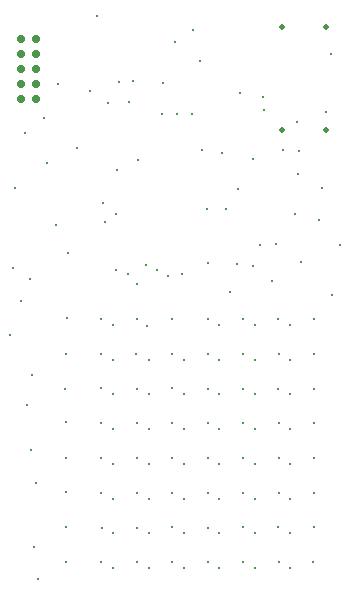
<source format=gbr>
%TF.GenerationSoftware,KiCad,Pcbnew,8.0.2*%
%TF.CreationDate,2024-08-28T15:29:37+05:30*%
%TF.ProjectId,CTF LED matrix,43544620-4c45-4442-906d-61747269782e,rev?*%
%TF.SameCoordinates,Original*%
%TF.FileFunction,Plated,1,4,PTH,Drill*%
%TF.FilePolarity,Positive*%
%FSLAX46Y46*%
G04 Gerber Fmt 4.6, Leading zero omitted, Abs format (unit mm)*
G04 Created by KiCad (PCBNEW 8.0.2) date 2024-08-28 15:29:37*
%MOMM*%
%LPD*%
G01*
G04 APERTURE LIST*
%TA.AperFunction,ViaDrill*%
%ADD10C,0.300000*%
%TD*%
%TA.AperFunction,ViaDrill*%
%ADD11C,0.500000*%
%TD*%
%TA.AperFunction,ViaDrill*%
%ADD12C,0.700000*%
%TD*%
G04 APERTURE END LIST*
D10*
X132166830Y-100260380D03*
X132417830Y-94607380D03*
X132571830Y-87809380D03*
X133130830Y-97384380D03*
X133412830Y-83147380D03*
X133591830Y-106192380D03*
X133854830Y-95548380D03*
X133909830Y-110035380D03*
X134011830Y-103635380D03*
X134185830Y-118226380D03*
X134347830Y-112821380D03*
X134518830Y-120943380D03*
X135047830Y-81936380D03*
X135301830Y-85757380D03*
X136058830Y-90975380D03*
X136183830Y-79029380D03*
X136850830Y-104862380D03*
X136867830Y-107621380D03*
X136893830Y-116576380D03*
X136893830Y-119530380D03*
X136922830Y-110723380D03*
X136931830Y-113591380D03*
X136933830Y-101897380D03*
X136979830Y-98860380D03*
X137038830Y-93320380D03*
X137825830Y-84444380D03*
X138904830Y-79638380D03*
X139515830Y-73265380D03*
X139849830Y-113654380D03*
X139869830Y-110696380D03*
X139882830Y-107751380D03*
X139883830Y-101875380D03*
X139885830Y-104802380D03*
X139889830Y-98935380D03*
X139900830Y-119499380D03*
X139905830Y-116582380D03*
X140014830Y-89143380D03*
X140202830Y-90709380D03*
X140480830Y-80627380D03*
X140889830Y-105306380D03*
X140889830Y-111184380D03*
X140889830Y-114125380D03*
X140890830Y-108246380D03*
X140892830Y-102367380D03*
X140894830Y-120011380D03*
X140895830Y-99428380D03*
X140902830Y-117076380D03*
X141154830Y-90070380D03*
X141172830Y-94748380D03*
X141213830Y-86282380D03*
X141354830Y-78836380D03*
X142166830Y-95134380D03*
X142222830Y-80580380D03*
X142539830Y-78733380D03*
X142864830Y-101881380D03*
X142880830Y-104818380D03*
X142882830Y-107754380D03*
X142883830Y-116589380D03*
X142884830Y-98939380D03*
X142884830Y-113637380D03*
X142886830Y-110701380D03*
X142887830Y-119534380D03*
X142898830Y-95935380D03*
X142956830Y-85455380D03*
X143686830Y-94340380D03*
X143798830Y-99509380D03*
X143885830Y-102363380D03*
X143891830Y-105307380D03*
X143891830Y-108247380D03*
X143893830Y-114127380D03*
X143894830Y-117070380D03*
X143895830Y-111189380D03*
X143897830Y-120013380D03*
X144602830Y-94763380D03*
X145031830Y-81555380D03*
X145101830Y-78911380D03*
X145511830Y-95260380D03*
X145881830Y-101858380D03*
X145885830Y-107755380D03*
X145885830Y-119516380D03*
X145886830Y-113652380D03*
X145887830Y-98927380D03*
X145887830Y-110690380D03*
X145889830Y-104807380D03*
X145900830Y-116566380D03*
X146097830Y-75492380D03*
X146307830Y-81574380D03*
X146696830Y-95148380D03*
X146885830Y-102371380D03*
X146891830Y-105317380D03*
X146892830Y-108257380D03*
X146892830Y-111197380D03*
X146892830Y-120018380D03*
X146896830Y-114141380D03*
X146896830Y-117080380D03*
X147537830Y-81607380D03*
X147639830Y-74417380D03*
X148236830Y-77050380D03*
X148407830Y-84589380D03*
X148877830Y-89651380D03*
X148882830Y-119515380D03*
X148883830Y-104819380D03*
X148883830Y-116582380D03*
X148887830Y-110698380D03*
X148887830Y-113636380D03*
X148888830Y-98940380D03*
X148888830Y-101875380D03*
X148890830Y-107749380D03*
X148946830Y-94223380D03*
X149889830Y-120017380D03*
X149891830Y-105317380D03*
X149892830Y-108257380D03*
X149892830Y-117077380D03*
X149893830Y-102378380D03*
X149893830Y-114138380D03*
X149894830Y-99438380D03*
X149894830Y-111198380D03*
X150080830Y-84886380D03*
X150436830Y-89585380D03*
X150818830Y-96643380D03*
X151378830Y-94298380D03*
X151460830Y-87947380D03*
X151482830Y-87942380D03*
X151649830Y-79778380D03*
X151883830Y-116575380D03*
X151887830Y-98939380D03*
X151888830Y-104812380D03*
X151889830Y-113642380D03*
X151890830Y-110701380D03*
X151892830Y-101880380D03*
X151892830Y-119520380D03*
X151894830Y-107760380D03*
X152689830Y-94463380D03*
X152766830Y-85346380D03*
X152891830Y-105317380D03*
X152891830Y-117077380D03*
X152894830Y-99438380D03*
X152894830Y-120021380D03*
X152895830Y-102379380D03*
X152895830Y-114140380D03*
X152896830Y-108260380D03*
X152896830Y-111200380D03*
X153304830Y-92658380D03*
X153613830Y-80116380D03*
X153622830Y-81269380D03*
X154319830Y-95668380D03*
X154702830Y-92533380D03*
X154882830Y-104818380D03*
X154887830Y-98932380D03*
X154887830Y-116576380D03*
X154892830Y-119519380D03*
X154893830Y-110696380D03*
X154893830Y-113635380D03*
X154899830Y-101875380D03*
X154899830Y-107745380D03*
X155291830Y-84621380D03*
X155890830Y-105316380D03*
X155892830Y-99436380D03*
X155892830Y-117078380D03*
X155895830Y-108260380D03*
X155895830Y-111200380D03*
X155895830Y-114139380D03*
X155895830Y-120021380D03*
X155897830Y-102380380D03*
X156257830Y-90015380D03*
X156430830Y-82253380D03*
X156521830Y-86626380D03*
X156639830Y-84673380D03*
X156788830Y-94107380D03*
X157851830Y-119502380D03*
X157877830Y-98920380D03*
X157881830Y-101875380D03*
X157881830Y-113669380D03*
X157885830Y-104815380D03*
X157888830Y-107757380D03*
X157888830Y-110695380D03*
X157917830Y-116571380D03*
X158303830Y-90562380D03*
X158543830Y-87815380D03*
X158937830Y-81439380D03*
X159306830Y-76499380D03*
X159387830Y-96922380D03*
X160093830Y-92687380D03*
D11*
X155144830Y-74243380D03*
X155144830Y-82883380D03*
X158944830Y-74243380D03*
X158944830Y-82883380D03*
D12*
X133122830Y-75198380D03*
X133122830Y-76468380D03*
X133122830Y-77738380D03*
X133122830Y-79008380D03*
X133122830Y-80278380D03*
X134392830Y-75198380D03*
X134392830Y-76468380D03*
X134392830Y-77738380D03*
X134392830Y-79008380D03*
X134392830Y-80278380D03*
M02*

</source>
